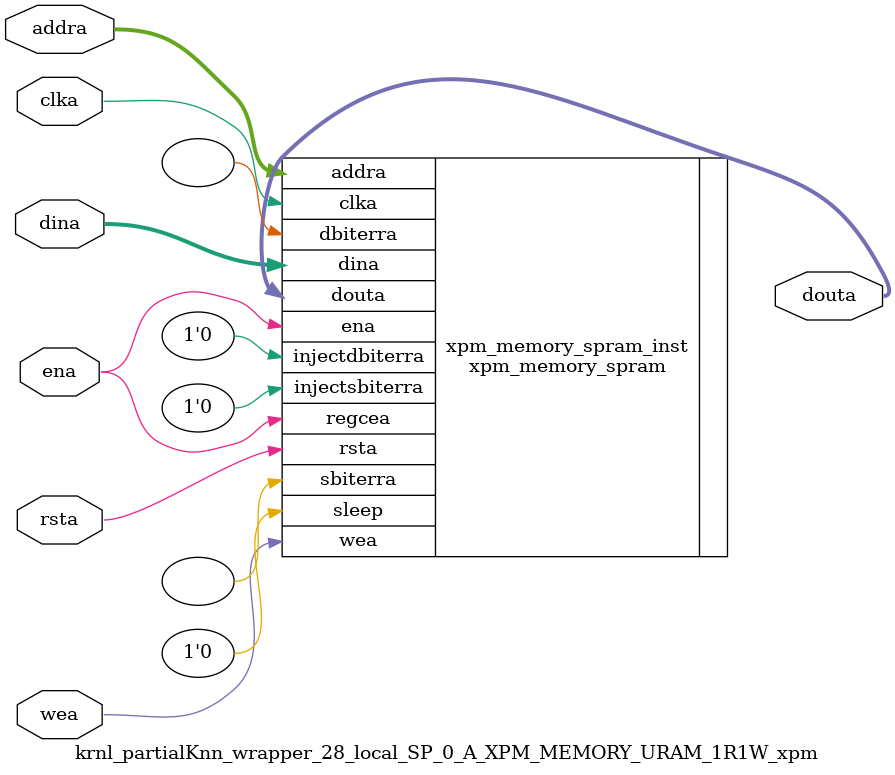
<source format=v>
`timescale 1 ns / 1 ps
module krnl_partialKnn_wrapper_28_local_SP_0_A_XPM_MEMORY_URAM_1R1W_xpm # (
  // Common module parameters
  parameter integer                 MEMORY_SIZE        = 524288,
  parameter                         MEMORY_PRIMITIVE   = "ultra",
  parameter                         ECC_MODE           = "no_ecc",
  parameter                         MEMORY_INIT_FILE   = "none",
  parameter                         WAKEUP_TIME        = "disable_sleep",
  parameter integer                 MESSAGE_CONTROL    = 0,
  // Port A module parameters
  parameter integer                 WRITE_DATA_WIDTH_A = 256,
  parameter integer                 READ_DATA_WIDTH_A  = WRITE_DATA_WIDTH_A,
  parameter integer                 BYTE_WRITE_WIDTH_A = WRITE_DATA_WIDTH_A,
  parameter integer                 ADDR_WIDTH_A       = 11,
  parameter                         READ_RESET_VALUE_A = "0",
  parameter integer                 READ_LATENCY_A     = 1,
  parameter                         WRITE_MODE_A       = "read_first"
) (
  // Port A module ports
  input  wire                                               clka,
  input  wire                                               rsta,
  input  wire                                               ena,
  input  wire [(WRITE_DATA_WIDTH_A/BYTE_WRITE_WIDTH_A)-1:0] wea,
  input  wire [ADDR_WIDTH_A-1:0]                            addra,
  input  wire [WRITE_DATA_WIDTH_A-1:0]                      dina,
  output wire [READ_DATA_WIDTH_A-1:0]                       douta
);
// Set parameter values and connect ports to instantiate an XPM_MEMORY single port RAM configuration
xpm_memory_spram # (
  // Common module parameters
  .MEMORY_SIZE        (MEMORY_SIZE),   //positive integer
  .MEMORY_PRIMITIVE   (MEMORY_PRIMITIVE),      //string; "auto", "distributed", "block" or "ultra";
  .ECC_MODE           (ECC_MODE),      //do not change
  .MEMORY_INIT_FILE   (MEMORY_INIT_FILE), //string; "none" or "<filename>.mem" 
  .MEMORY_INIT_PARAM  (""), //string;
  .WAKEUP_TIME        (WAKEUP_TIME),      //string; "disable_sleep" or "use_sleep_pin"
  .MESSAGE_CONTROL    (MESSAGE_CONTROL),      //do not change
  // Port A module parameters
  .WRITE_DATA_WIDTH_A (WRITE_DATA_WIDTH_A),     //positive integer
  .READ_DATA_WIDTH_A  (READ_DATA_WIDTH_A),     //positive integer
  .BYTE_WRITE_WIDTH_A (BYTE_WRITE_WIDTH_A),     //integer; 8, 9, or WRITE_DATA_WIDTH_A value
  .ADDR_WIDTH_A       (ADDR_WIDTH_A),      //positive integer
  .READ_RESET_VALUE_A (READ_RESET_VALUE_A),  //string
  .READ_LATENCY_A     (READ_LATENCY_A),      //non-negative integer
  .WRITE_MODE_A       (WRITE_MODE_A)       //string; "write_first", "read_first", "no_change"
) xpm_memory_spram_inst (
  // Common module ports
  .sleep          (1'b0),  //do not change
  // Port A module ports
  .clka           (clka),
  .rsta           (rsta),
  .ena            (ena),
  .regcea         (ena),
  .wea            (wea),
  .addra          (addra),
  .dina           (dina),
  .injectsbiterra (1'b0),  //do not change
  .injectdbiterra (1'b0),  //do not change
  .douta          (douta),
  .sbiterra       (),      //do not change
  .dbiterra       ()       //do not change
);
endmodule
</source>
